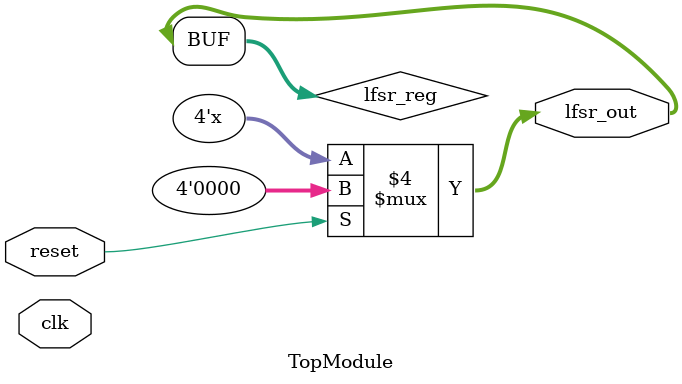
<source format=sv>
module TopModule (
    input logic clk,
    input logic reset,
    output logic [3:0] lfsr_out
);

    logic [3:0] lfsr_reg;

    always @(*) begin
        if (reset) begin
            lfsr_reg = 4'b0000; // Initialize to zero on reset
        end else begin
            // LFSR state transition logic
            lfsr_reg = {lfsr_reg[2:0], lfsr_reg[3] ^ lfsr_reg[1]}; // Example feedback polynomial
        end
    end

    assign lfsr_out = lfsr_reg;

endmodule
</source>
